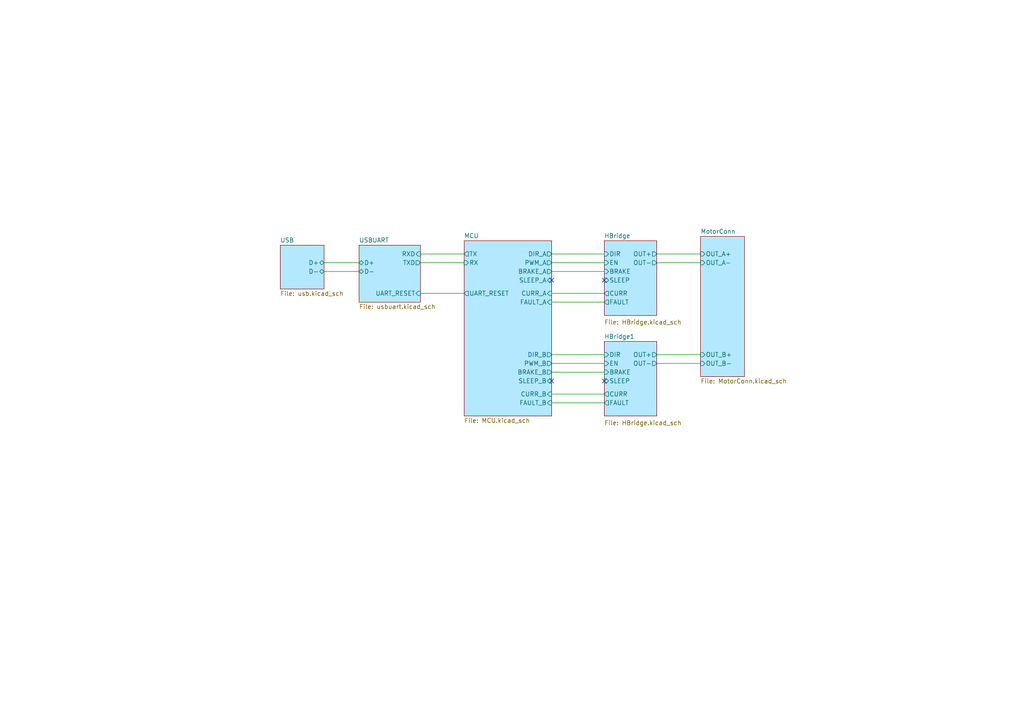
<source format=kicad_sch>
(kicad_sch (version 20211123) (generator eeschema)
  (paper "A4")
  (lib_symbols)
  (no_connect (at 175.26 110.49))
  (no_connect (at 175.26 81.28))
  (no_connect (at 160.02 81.28))
  (no_connect (at 160.02 110.49))
  (wire (pts (xy 160.02 107.95) (xy 175.26 107.95)))
  (wire (pts (xy 93.98 76.2) (xy 104.14 76.2)))
  (wire (pts (xy 121.92 85.09) (xy 134.62 85.09)))
  (wire (pts (xy 160.02 73.66) (xy 175.26 73.66)))
  (wire (pts (xy 190.5 76.2) (xy 203.2 76.2)))
  (wire (pts (xy 160.02 87.63) (xy 175.26 87.63)))
  (wire (pts (xy 160.02 105.41) (xy 175.26 105.41)))
  (wire (pts (xy 190.5 73.66) (xy 203.2 73.66)))
  (wire (pts (xy 190.5 102.87) (xy 203.2 102.87)))
  (wire (pts (xy 121.92 76.2) (xy 134.62 76.2)))
  (wire (pts (xy 190.5 105.41) (xy 203.2 105.41)))
  (wire (pts (xy 93.98 78.74) (xy 104.14 78.74)))
  (wire (pts (xy 160.02 78.74) (xy 175.26 78.74)))
  (wire (pts (xy 160.02 116.84) (xy 175.26 116.84)))
  (wire (pts (xy 160.02 76.2) (xy 175.26 76.2)))
  (wire (pts (xy 121.92 73.66) (xy 134.62 73.66)))
  (wire (pts (xy 160.02 102.87) (xy 175.26 102.87)))
  (wire (pts (xy 160.02 114.3) (xy 175.26 114.3)))
  (wire (pts (xy 160.02 85.09) (xy 175.26 85.09)))
  (sheet (at 81.28 71.12) (size 12.7 12.7) (stroke (width 0.1524)) (fill (color 179 232 255 1.0000))
    (property "Sheet name" "USB" (at 81.28 70.4084 0) (effects (justify left bottom)))
    (property "Sheet file" "usb.kicad_sch" (at 81.28 84.4046 0) (effects (justify left top)))
    (pin "D+" bidirectional (at 93.98 76.2 0))
    (pin "D-" bidirectional (at 93.98 78.74 0))
  )
  (sheet (at 203.2 68.58) (size 12.7 40.64) (stroke (width 0.1524)) (fill (color 179 232 255 1.0000))
    (property "Sheet name" "MotorConn" (at 203.2 67.8684 0) (effects (justify left bottom)))
    (property "Sheet file" "MotorConn.kicad_sch" (at 203.2 109.8046 0) (effects (justify left top)))
    (pin "OUT_A+" input (at 203.2 73.66 180))
    (pin "OUT_B+" input (at 203.2 102.87 180))
    (pin "OUT_A-" input (at 203.2 76.2 180))
    (pin "OUT_B-" input (at 203.2 105.41 180))
  )
  (sheet (at 104.14 71.12) (size 17.78 16.51) (stroke (width 0.1524)) (fill (color 179 232 255 1.0000))
    (property "Sheet name" "USBUART" (at 104.14 70.4084 0) (effects (justify left bottom)))
    (property "Sheet file" "usbuart.kicad_sch" (at 104.14 88.2146 0) (effects (justify left top)))
    (pin "RXD" input (at 121.92 73.66 0))
    (pin "TXD" output (at 121.92 76.2 0))
    (pin "UART_RESET" input (at 121.92 85.09 0))
    (pin "D-" bidirectional (at 104.14 78.74 180))
    (pin "D+" bidirectional (at 104.14 76.2 180))
  )
  (sheet (at 134.62 69.85) (size 25.4 50.8) (stroke (width 0.1524)) (fill (color 179 232 255 1.0000))
    (property "Sheet name" "MCU" (at 134.62 69.1384 0) (effects (justify left bottom)))
    (property "Sheet file" "MCU.kicad_sch" (at 134.62 121.2346 0) (effects (justify left top)))
    (pin "FAULT_B" input (at 160.02 116.84 0))
    (pin "FAULT_A" input (at 160.02 87.63 0))
    (pin "SLEEP_B" input (at 160.02 110.49 0))
    (pin "BRAKE_A" output (at 160.02 78.74 0))
    (pin "SLEEP_A" input (at 160.02 81.28 0))
    (pin "TX" output (at 134.62 73.66 180))
    (pin "BRAKE_B" output (at 160.02 107.95 0))
    (pin "RX" input (at 134.62 76.2 180))
    (pin "DIR_A" output (at 160.02 73.66 0))
    (pin "PWM_A" output (at 160.02 76.2 0))
    (pin "DIR_B" output (at 160.02 102.87 0))
    (pin "PWM_B" output (at 160.02 105.41 0))
    (pin "CURR_B" input (at 160.02 114.3 0))
    (pin "CURR_A" input (at 160.02 85.09 0))
    (pin "UART_RESET" output (at 134.62 85.09 180))
  )
  (sheet (at 175.26 69.85) (size 15.24 21.59) (stroke (width 0.1524)) (fill (color 179 232 255 1.0000))
    (property "Sheet name" "HBridge" (at 175.26 69.1384 0) (effects (justify left bottom)))
    (property "Sheet file" "HBridge.kicad_sch" (at 175.26 92.71 0) (effects (justify left top)))
    (pin "DIR" input (at 175.26 73.66 180))
    (pin "EN" input (at 175.26 76.2 180))
    (pin "BRAKE" input (at 175.26 78.74 180))
    (pin "SLEEP" input (at 175.26 81.28 180))
    (pin "OUT+" output (at 190.5 73.66 0))
    (pin "OUT-" output (at 190.5 76.2 0))
    (pin "CURR" output (at 175.26 85.09 180))
    (pin "FAULT" output (at 175.26 87.63 180))
  )
  (sheet (at 175.26 99.06) (size 15.24 21.59) (stroke (width 0.1524)) (fill (color 179 232 255 1.0000))
    (property "Sheet name" "HBridge1" (at 175.26 98.3484 0) (effects (justify left bottom)))
    (property "Sheet file" "HBridge.kicad_sch" (at 175.26 121.92 0) (effects (justify left top)))
    (pin "DIR" input (at 175.26 102.87 180))
    (pin "EN" input (at 175.26 105.41 180))
    (pin "BRAKE" input (at 175.26 107.95 180))
    (pin "SLEEP" input (at 175.26 110.49 180))
    (pin "OUT+" output (at 190.5 102.87 0))
    (pin "OUT-" output (at 190.5 105.41 0))
    (pin "CURR" output (at 175.26 114.3 180))
    (pin "FAULT" output (at 175.26 116.84 180))
  )
)
</source>
